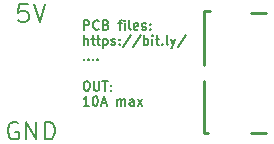
<source format=gbr>
%TF.GenerationSoftware,KiCad,Pcbnew,(6.0.4-0)*%
%TF.CreationDate,2022-07-05T17:19:08+02:00*%
%TF.ProjectId,DC power,44432070-6f77-4657-922e-6b696361645f,rev?*%
%TF.SameCoordinates,Original*%
%TF.FileFunction,Legend,Top*%
%TF.FilePolarity,Positive*%
%FSLAX46Y46*%
G04 Gerber Fmt 4.6, Leading zero omitted, Abs format (unit mm)*
G04 Created by KiCad (PCBNEW (6.0.4-0)) date 2022-07-05 17:19:08*
%MOMM*%
%LPD*%
G01*
G04 APERTURE LIST*
%ADD10C,0.150000*%
%ADD11C,0.200000*%
%ADD12C,0.254001*%
G04 APERTURE END LIST*
D10*
X134127976Y-98101904D02*
X134127976Y-97301904D01*
X134432738Y-97301904D01*
X134508928Y-97340000D01*
X134547023Y-97378095D01*
X134585119Y-97454285D01*
X134585119Y-97568571D01*
X134547023Y-97644761D01*
X134508928Y-97682857D01*
X134432738Y-97720952D01*
X134127976Y-97720952D01*
X135385119Y-98025714D02*
X135347023Y-98063809D01*
X135232738Y-98101904D01*
X135156547Y-98101904D01*
X135042261Y-98063809D01*
X134966071Y-97987619D01*
X134927976Y-97911428D01*
X134889880Y-97759047D01*
X134889880Y-97644761D01*
X134927976Y-97492380D01*
X134966071Y-97416190D01*
X135042261Y-97340000D01*
X135156547Y-97301904D01*
X135232738Y-97301904D01*
X135347023Y-97340000D01*
X135385119Y-97378095D01*
X135994642Y-97682857D02*
X136108928Y-97720952D01*
X136147023Y-97759047D01*
X136185119Y-97835238D01*
X136185119Y-97949523D01*
X136147023Y-98025714D01*
X136108928Y-98063809D01*
X136032738Y-98101904D01*
X135727976Y-98101904D01*
X135727976Y-97301904D01*
X135994642Y-97301904D01*
X136070833Y-97340000D01*
X136108928Y-97378095D01*
X136147023Y-97454285D01*
X136147023Y-97530476D01*
X136108928Y-97606666D01*
X136070833Y-97644761D01*
X135994642Y-97682857D01*
X135727976Y-97682857D01*
X137023214Y-97568571D02*
X137327976Y-97568571D01*
X137137500Y-98101904D02*
X137137500Y-97416190D01*
X137175595Y-97340000D01*
X137251785Y-97301904D01*
X137327976Y-97301904D01*
X137594642Y-98101904D02*
X137594642Y-97568571D01*
X137594642Y-97301904D02*
X137556547Y-97340000D01*
X137594642Y-97378095D01*
X137632738Y-97340000D01*
X137594642Y-97301904D01*
X137594642Y-97378095D01*
X138089880Y-98101904D02*
X138013690Y-98063809D01*
X137975595Y-97987619D01*
X137975595Y-97301904D01*
X138699404Y-98063809D02*
X138623214Y-98101904D01*
X138470833Y-98101904D01*
X138394642Y-98063809D01*
X138356547Y-97987619D01*
X138356547Y-97682857D01*
X138394642Y-97606666D01*
X138470833Y-97568571D01*
X138623214Y-97568571D01*
X138699404Y-97606666D01*
X138737500Y-97682857D01*
X138737500Y-97759047D01*
X138356547Y-97835238D01*
X139042261Y-98063809D02*
X139118452Y-98101904D01*
X139270833Y-98101904D01*
X139347023Y-98063809D01*
X139385119Y-97987619D01*
X139385119Y-97949523D01*
X139347023Y-97873333D01*
X139270833Y-97835238D01*
X139156547Y-97835238D01*
X139080357Y-97797142D01*
X139042261Y-97720952D01*
X139042261Y-97682857D01*
X139080357Y-97606666D01*
X139156547Y-97568571D01*
X139270833Y-97568571D01*
X139347023Y-97606666D01*
X139727976Y-98025714D02*
X139766071Y-98063809D01*
X139727976Y-98101904D01*
X139689880Y-98063809D01*
X139727976Y-98025714D01*
X139727976Y-98101904D01*
X139727976Y-97606666D02*
X139766071Y-97644761D01*
X139727976Y-97682857D01*
X139689880Y-97644761D01*
X139727976Y-97606666D01*
X139727976Y-97682857D01*
X134127976Y-99389904D02*
X134127976Y-98589904D01*
X134470833Y-99389904D02*
X134470833Y-98970857D01*
X134432738Y-98894666D01*
X134356547Y-98856571D01*
X134242261Y-98856571D01*
X134166071Y-98894666D01*
X134127976Y-98932761D01*
X134737500Y-98856571D02*
X135042261Y-98856571D01*
X134851785Y-98589904D02*
X134851785Y-99275619D01*
X134889880Y-99351809D01*
X134966071Y-99389904D01*
X135042261Y-99389904D01*
X135194642Y-98856571D02*
X135499404Y-98856571D01*
X135308928Y-98589904D02*
X135308928Y-99275619D01*
X135347023Y-99351809D01*
X135423214Y-99389904D01*
X135499404Y-99389904D01*
X135766071Y-98856571D02*
X135766071Y-99656571D01*
X135766071Y-98894666D02*
X135842261Y-98856571D01*
X135994642Y-98856571D01*
X136070833Y-98894666D01*
X136108928Y-98932761D01*
X136147023Y-99008952D01*
X136147023Y-99237523D01*
X136108928Y-99313714D01*
X136070833Y-99351809D01*
X135994642Y-99389904D01*
X135842261Y-99389904D01*
X135766071Y-99351809D01*
X136451785Y-99351809D02*
X136527976Y-99389904D01*
X136680357Y-99389904D01*
X136756547Y-99351809D01*
X136794642Y-99275619D01*
X136794642Y-99237523D01*
X136756547Y-99161333D01*
X136680357Y-99123238D01*
X136566071Y-99123238D01*
X136489880Y-99085142D01*
X136451785Y-99008952D01*
X136451785Y-98970857D01*
X136489880Y-98894666D01*
X136566071Y-98856571D01*
X136680357Y-98856571D01*
X136756547Y-98894666D01*
X137137500Y-99313714D02*
X137175595Y-99351809D01*
X137137500Y-99389904D01*
X137099404Y-99351809D01*
X137137500Y-99313714D01*
X137137500Y-99389904D01*
X137137500Y-98894666D02*
X137175595Y-98932761D01*
X137137500Y-98970857D01*
X137099404Y-98932761D01*
X137137500Y-98894666D01*
X137137500Y-98970857D01*
X138089880Y-98551809D02*
X137404166Y-99580380D01*
X138927976Y-98551809D02*
X138242261Y-99580380D01*
X139194642Y-99389904D02*
X139194642Y-98589904D01*
X139194642Y-98894666D02*
X139270833Y-98856571D01*
X139423214Y-98856571D01*
X139499404Y-98894666D01*
X139537500Y-98932761D01*
X139575595Y-99008952D01*
X139575595Y-99237523D01*
X139537500Y-99313714D01*
X139499404Y-99351809D01*
X139423214Y-99389904D01*
X139270833Y-99389904D01*
X139194642Y-99351809D01*
X139918452Y-99389904D02*
X139918452Y-98856571D01*
X139918452Y-98589904D02*
X139880357Y-98628000D01*
X139918452Y-98666095D01*
X139956547Y-98628000D01*
X139918452Y-98589904D01*
X139918452Y-98666095D01*
X140185119Y-98856571D02*
X140489880Y-98856571D01*
X140299404Y-98589904D02*
X140299404Y-99275619D01*
X140337500Y-99351809D01*
X140413690Y-99389904D01*
X140489880Y-99389904D01*
X140756547Y-99313714D02*
X140794642Y-99351809D01*
X140756547Y-99389904D01*
X140718452Y-99351809D01*
X140756547Y-99313714D01*
X140756547Y-99389904D01*
X141251785Y-99389904D02*
X141175595Y-99351809D01*
X141137500Y-99275619D01*
X141137500Y-98589904D01*
X141480357Y-98856571D02*
X141670833Y-99389904D01*
X141861309Y-98856571D02*
X141670833Y-99389904D01*
X141594642Y-99580380D01*
X141556547Y-99618476D01*
X141480357Y-99656571D01*
X142737500Y-98551809D02*
X142051785Y-99580380D01*
X134127976Y-100601714D02*
X134166071Y-100639809D01*
X134127976Y-100677904D01*
X134089880Y-100639809D01*
X134127976Y-100601714D01*
X134127976Y-100677904D01*
X134508928Y-100601714D02*
X134547023Y-100639809D01*
X134508928Y-100677904D01*
X134470833Y-100639809D01*
X134508928Y-100601714D01*
X134508928Y-100677904D01*
X134889880Y-100601714D02*
X134927976Y-100639809D01*
X134889880Y-100677904D01*
X134851785Y-100639809D01*
X134889880Y-100601714D01*
X134889880Y-100677904D01*
X135270833Y-100601714D02*
X135308928Y-100639809D01*
X135270833Y-100677904D01*
X135232738Y-100639809D01*
X135270833Y-100601714D01*
X135270833Y-100677904D01*
X134280357Y-102453904D02*
X134432738Y-102453904D01*
X134508928Y-102492000D01*
X134585119Y-102568190D01*
X134623214Y-102720571D01*
X134623214Y-102987238D01*
X134585119Y-103139619D01*
X134508928Y-103215809D01*
X134432738Y-103253904D01*
X134280357Y-103253904D01*
X134204166Y-103215809D01*
X134127976Y-103139619D01*
X134089880Y-102987238D01*
X134089880Y-102720571D01*
X134127976Y-102568190D01*
X134204166Y-102492000D01*
X134280357Y-102453904D01*
X134966071Y-102453904D02*
X134966071Y-103101523D01*
X135004166Y-103177714D01*
X135042261Y-103215809D01*
X135118452Y-103253904D01*
X135270833Y-103253904D01*
X135347023Y-103215809D01*
X135385119Y-103177714D01*
X135423214Y-103101523D01*
X135423214Y-102453904D01*
X135689880Y-102453904D02*
X136147023Y-102453904D01*
X135918452Y-103253904D02*
X135918452Y-102453904D01*
X136413690Y-103177714D02*
X136451785Y-103215809D01*
X136413690Y-103253904D01*
X136375595Y-103215809D01*
X136413690Y-103177714D01*
X136413690Y-103253904D01*
X136413690Y-102758666D02*
X136451785Y-102796761D01*
X136413690Y-102834857D01*
X136375595Y-102796761D01*
X136413690Y-102758666D01*
X136413690Y-102834857D01*
X134547023Y-104541904D02*
X134089880Y-104541904D01*
X134318452Y-104541904D02*
X134318452Y-103741904D01*
X134242261Y-103856190D01*
X134166071Y-103932380D01*
X134089880Y-103970476D01*
X135042261Y-103741904D02*
X135118452Y-103741904D01*
X135194642Y-103780000D01*
X135232738Y-103818095D01*
X135270833Y-103894285D01*
X135308928Y-104046666D01*
X135308928Y-104237142D01*
X135270833Y-104389523D01*
X135232738Y-104465714D01*
X135194642Y-104503809D01*
X135118452Y-104541904D01*
X135042261Y-104541904D01*
X134966071Y-104503809D01*
X134927976Y-104465714D01*
X134889880Y-104389523D01*
X134851785Y-104237142D01*
X134851785Y-104046666D01*
X134889880Y-103894285D01*
X134927976Y-103818095D01*
X134966071Y-103780000D01*
X135042261Y-103741904D01*
X135613690Y-104313333D02*
X135994642Y-104313333D01*
X135537500Y-104541904D02*
X135804166Y-103741904D01*
X136070833Y-104541904D01*
X136947023Y-104541904D02*
X136947023Y-104008571D01*
X136947023Y-104084761D02*
X136985119Y-104046666D01*
X137061309Y-104008571D01*
X137175595Y-104008571D01*
X137251785Y-104046666D01*
X137289880Y-104122857D01*
X137289880Y-104541904D01*
X137289880Y-104122857D02*
X137327976Y-104046666D01*
X137404166Y-104008571D01*
X137518452Y-104008571D01*
X137594642Y-104046666D01*
X137632738Y-104122857D01*
X137632738Y-104541904D01*
X138356547Y-104541904D02*
X138356547Y-104122857D01*
X138318452Y-104046666D01*
X138242261Y-104008571D01*
X138089880Y-104008571D01*
X138013690Y-104046666D01*
X138356547Y-104503809D02*
X138280357Y-104541904D01*
X138089880Y-104541904D01*
X138013690Y-104503809D01*
X137975595Y-104427619D01*
X137975595Y-104351428D01*
X138013690Y-104275238D01*
X138089880Y-104237142D01*
X138280357Y-104237142D01*
X138356547Y-104199047D01*
X138661309Y-104541904D02*
X139080357Y-104008571D01*
X138661309Y-104008571D02*
X139080357Y-104541904D01*
D11*
X128527142Y-105960000D02*
X128384285Y-105888571D01*
X128170000Y-105888571D01*
X127955714Y-105960000D01*
X127812857Y-106102857D01*
X127741428Y-106245714D01*
X127670000Y-106531428D01*
X127670000Y-106745714D01*
X127741428Y-107031428D01*
X127812857Y-107174285D01*
X127955714Y-107317142D01*
X128170000Y-107388571D01*
X128312857Y-107388571D01*
X128527142Y-107317142D01*
X128598571Y-107245714D01*
X128598571Y-106745714D01*
X128312857Y-106745714D01*
X129241428Y-107388571D02*
X129241428Y-105888571D01*
X130098571Y-107388571D01*
X130098571Y-105888571D01*
X130812857Y-107388571D02*
X130812857Y-105888571D01*
X131170000Y-105888571D01*
X131384285Y-105960000D01*
X131527142Y-106102857D01*
X131598571Y-106245714D01*
X131670000Y-106531428D01*
X131670000Y-106745714D01*
X131598571Y-107031428D01*
X131527142Y-107174285D01*
X131384285Y-107317142D01*
X131170000Y-107388571D01*
X130812857Y-107388571D01*
X129364285Y-95958571D02*
X128650000Y-95958571D01*
X128578571Y-96672857D01*
X128650000Y-96601428D01*
X128792857Y-96530000D01*
X129150000Y-96530000D01*
X129292857Y-96601428D01*
X129364285Y-96672857D01*
X129435714Y-96815714D01*
X129435714Y-97172857D01*
X129364285Y-97315714D01*
X129292857Y-97387142D01*
X129150000Y-97458571D01*
X128792857Y-97458571D01*
X128650000Y-97387142D01*
X128578571Y-97315714D01*
X129864285Y-95958571D02*
X130364285Y-97458571D01*
X130864285Y-95958571D01*
D12*
%TO.C,PWR1*%
X144635965Y-106820264D02*
X144254964Y-106820264D01*
X144254964Y-101050313D02*
X144254964Y-96533244D01*
X149554964Y-106820264D02*
X148265124Y-106820264D01*
X144254964Y-106820264D02*
X144254964Y-102430196D01*
X149554964Y-96660244D02*
X148265124Y-96660244D01*
X144254964Y-96533244D02*
X144762965Y-96533244D01*
%TD*%
M02*

</source>
